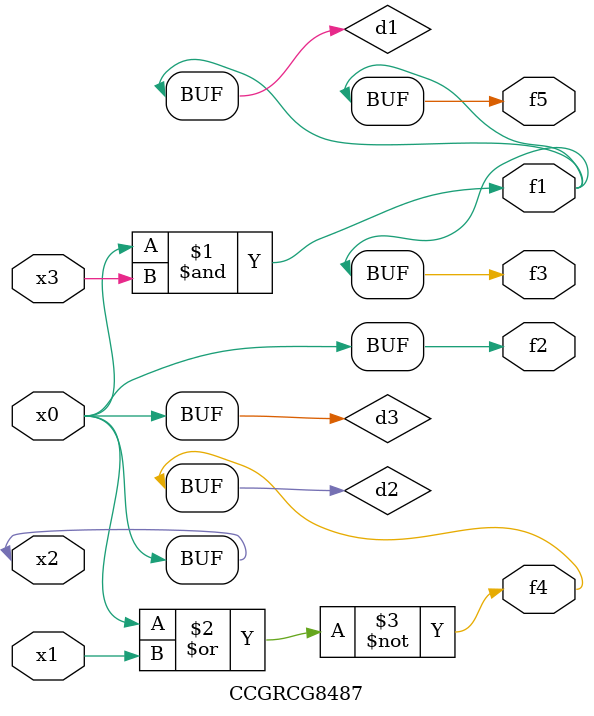
<source format=v>
module CCGRCG8487(
	input x0, x1, x2, x3,
	output f1, f2, f3, f4, f5
);

	wire d1, d2, d3;

	and (d1, x2, x3);
	nor (d2, x0, x1);
	buf (d3, x0, x2);
	assign f1 = d1;
	assign f2 = d3;
	assign f3 = d1;
	assign f4 = d2;
	assign f5 = d1;
endmodule

</source>
